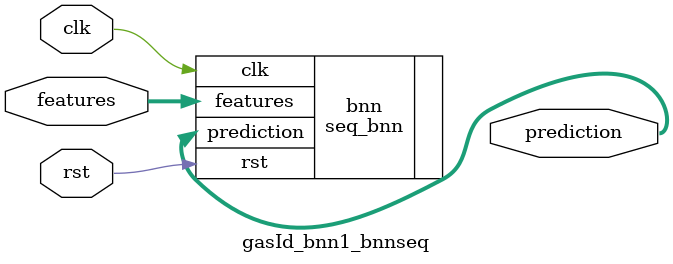
<source format=v>













module gasId_bnn1_bnnseq #(

parameter FEAT_CNT = 128,
parameter HIDDEN_CNT = 40,
parameter FEAT_BITS = 4,
parameter CLASS_CNT = 6,
parameter TEST_CNT = 1000


  ) (
  input clk,
  input rst,
  input [FEAT_CNT*FEAT_BITS-1:0] features,
  output [$clog2(CLASS_CNT)-1:0] prediction
  );

  localparam Weights0 = 5120'b10101110011001110100010101110101000111001100101001000001000110101111111111000010010010110011001110100001111101011101010110001011000001110010000111110101010001001000100101000001101010101111110101001101110011000000111010011000110000101111000000100110100100011010010000110111011000100011000110010011001011110011110011010100101111110110001100010011010111011101110010111111010000011000000101011001110101011010110100101111000000000111010111010100100010010010111111100110011111011101010010101101111000111001001100011111110111000001001001110110101110111101000000001101101111010011101111000011000110000111101100001010100101101001000011111111001000110111010111000010110110111000111110010010011101111111100010111100100100100101000101111101111110001111111010101010101000110111000011100000100010001001001111000101011011001100010000100010111011010010011011011110000010110001011010100111010010101100110010000010111001100101000011010100110110111010101010111011101111111111111111110101010110100101010000011110110000100111001011111000101111101001101000111111011101011111000011111100000010101001000101110001111110001011110011110010001011011101111000000111010110010011010100111010010111000000110111110000110101110100011011000101111000010001001001010011100010000000000100010110100010010001101101111100000111010101011101001101100010101001000010000101111101010000011111111001110111011001110001011111111001110110011000100010110110100100001000011011101101010010011110010101111101111111011001000001110110010110011110110001010101000011101011110011001011011000111011111011101011011011100111110010101100001110011110011011100110101001010000001000011111010000111010101010111100110000100111110110010111010010111110001001000101101110010101100110001000101101101001000010000110111010010100100011010111011011100000110100010010100111110100101101011010000011011010110100010101000011101010111100101011111110010001010110011110001101100111101101001001000111010011110011101100110111010100000101100101011111100100000111101011101111011110111100001001110101101100001000000100100010001111110010110010000011111010110001001000110101101000000010000010111001010100100111110010000110010111011010000101010000101111000111100110101011101101100001001111000001000011011101001011010010100101011010011001011110101011100111000111011000000010011111000111100111100101010111011010001110100011000001010110010111010001100110010010001101100000011101110101000010011100011010110110010110100111110101001001100001010011001110100011001001101111000001011001011110101000000001111110100000101100110111001111110000011101100000111000001010101000100011000000111111010111010100100010000011111101100110011101000110110010101110001001110000000101111101000101101000101000100111000000110111010101011100100111100110001100000011001111011101010000011111111110010110011000111011100101110101101000000111111100010110110110110110001110110000011001100011111110010111111010111010011001110000000110110101000111101000101001001111010011111111010100101110100010100101001100010011011101010001111010001010000001100100001111110101001111101000111001000010000000111001010110010110001110110010101111011011111001111011110010000010001011000011110010001011111100011001100101011111011110111100110110010101111101111111100100010001000111001100110101110101101010000011101010010000010111010011011111101001101001101001001100011101011100101100100000011001100100000010011101010001011000001001000010000000001101011100110100001111001110010010110001101101110110001110010011111001100001110110011100001000101101001010110010000001101011111001010111111011100100110101000111001000011101101111000000111110000110110100010101110101111110111010111000000001001101010100110111010000101110111011000100001111000010000011100011101110111100000110001110110000100001010000101101000101011011111001011001100101010110001110101010100101101000111001001111010010101110001010101011011101110001101100010000000111110110111101000011011100110011100100101001101011010110100100011001111100001001110000001011001010010001100111111111110101001010101101101001000000000110011011010100101111001001000011000011001110010010000000010100100011011101010110010000011101110100111110001111110100011000110010000100111100110111011101001101000001000011101110101011000100100100001110111011000110001010001101110001000111010011010010011010101010110110100100011001001011011101010010011011011010010000000001101110100101001011111011100100100100011101001110000011000100110110001001101101111000110000111010101110111100001011010000000111000011010010110011111011111000100100111001101110011101000110011010100000111101100100000000111100110111011011100011011110110001101001010111101011000000000110011011000100100111010110000101100000011000101100000010111011110111111100110000010101101111000110100110101101101001100110000111010110000101110001010000000110010011000101100010010110101101011110010110000101011000100001110011000101101000001110001001000101010101100100100110101001000011101100000001010101101010010000000001100110110001001011111100101011100010000010111011000101101111010001100001110000001110110011101001100110100110110000101101000001001101000100111111001110011010110100100011001101100000 ;
  localparam Weights1 = 240'b110110100101001100011011001101010010111001110001111110101011111000010000011011011101010111010010111111100000011011101011101110110001111101110111000101000010110010011111011010110001001100011101110111001001101000011111111101110011010001101100 ;

  seq_bnn #(.FEAT_CNT(FEAT_CNT),.FEAT_BITS(FEAT_BITS),.HIDDEN_CNT(HIDDEN_CNT),.CLASS_CNT(CLASS_CNT),.Weights0(Weights0),.Weights1(Weights1)) bnn (
    .clk(clk),
    .rst(rst),
    .features(features),
    .prediction(prediction)
  );

endmodule

</source>
